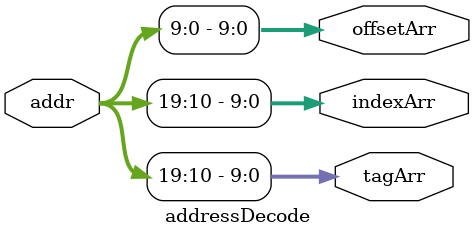
<source format=v>
module addressDecode #(
    // Address size
    parameter addrSize = 30,
    // Word offset size
    parameter offset = 10,
    // Block offset size
    parameter index = 10,
    // Tag size
    parameter tag = 10
) (
    input [addrSize - 1:0] addr, output [tag-1:0] tagArr, output [index-1:0] indexArr, output [offset-1:0] offsetArr
);

    assign tagArr = addr[addrSize - 1:addrSize - offset - index];
    assign indexArr = addr[offset + index - 1:offset];
    assign offsetArr = addr[offset - 1:0];

endmodule

</source>
